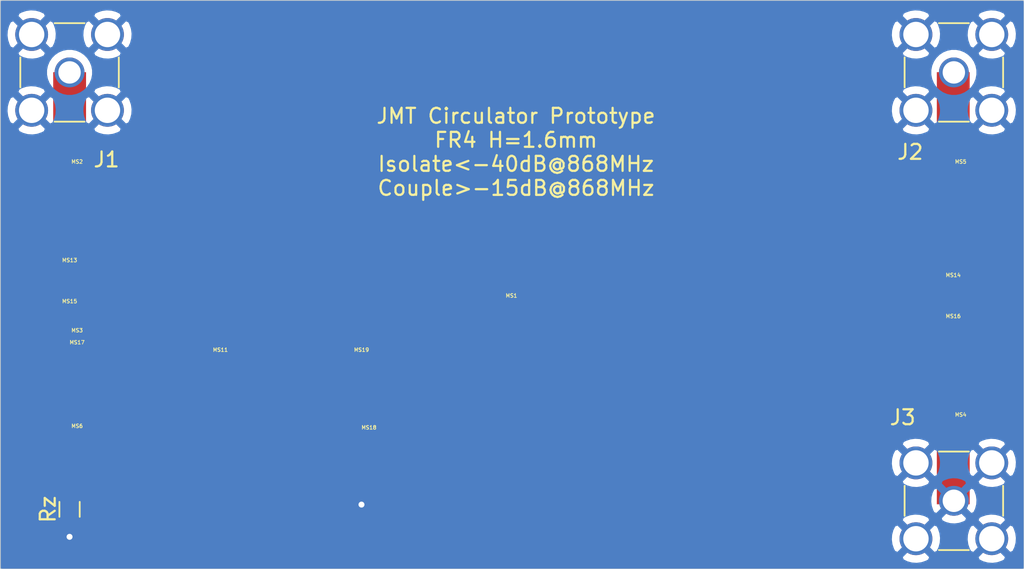
<source format=kicad_pcb>
(kicad_pcb (version 20171130) (host pcbnew "(5.1.5)-3")

  (general
    (thickness 1.6)
    (drawings 5)
    (tracks 3)
    (zones 0)
    (modules 18)
    (nets 3)
  )

  (page A4)
  (layers
    (0 F.Cu signal)
    (31 B.Cu signal)
    (32 B.Adhes user)
    (33 F.Adhes user)
    (34 B.Paste user)
    (35 F.Paste user)
    (36 B.SilkS user)
    (37 F.SilkS user)
    (38 B.Mask user)
    (39 F.Mask user)
    (40 Dwgs.User user)
    (41 Cmts.User user)
    (42 Eco1.User user)
    (43 Eco2.User user)
    (44 Edge.Cuts user)
    (45 Margin user)
    (46 B.CrtYd user)
    (47 F.CrtYd user)
    (48 B.Fab user)
    (49 F.Fab user)
  )

  (setup
    (last_trace_width 0.25)
    (trace_clearance 0.2)
    (zone_clearance 0.508)
    (zone_45_only no)
    (trace_min 0.2)
    (via_size 0.8)
    (via_drill 0.4)
    (via_min_size 0.4)
    (via_min_drill 0.3)
    (uvia_size 0.3)
    (uvia_drill 0.1)
    (uvias_allowed no)
    (uvia_min_size 0.2)
    (uvia_min_drill 0.1)
    (edge_width 0.05)
    (segment_width 0.2)
    (pcb_text_width 0.3)
    (pcb_text_size 1.5 1.5)
    (mod_edge_width 0.12)
    (mod_text_size 1 1)
    (mod_text_width 0.15)
    (pad_size 1.2 0.9)
    (pad_drill 0)
    (pad_to_mask_clearance 0.051)
    (solder_mask_min_width 0.25)
    (aux_axis_origin 0 0)
    (visible_elements 7FFFFFFF)
    (pcbplotparams
      (layerselection 0x010fc_ffffffff)
      (usegerberextensions false)
      (usegerberattributes false)
      (usegerberadvancedattributes false)
      (creategerberjobfile false)
      (excludeedgelayer true)
      (linewidth 0.100000)
      (plotframeref false)
      (viasonmask false)
      (mode 1)
      (useauxorigin false)
      (hpglpennumber 1)
      (hpglpenspeed 20)
      (hpglpendiameter 15.000000)
      (psnegative false)
      (psa4output false)
      (plotreference true)
      (plotvalue true)
      (plotinvisibletext false)
      (padsonsilk false)
      (subtractmaskfromsilk false)
      (outputformat 1)
      (mirror false)
      (drillshape 1)
      (scaleselection 1)
      (outputdirectory ""))
  )

  (net 0 "")
  (net 1 "Net-(J1-Pad1)")
  (net 2 GND)

  (net_class Default "This is the default net class."
    (clearance 0.2)
    (trace_width 0.25)
    (via_dia 0.8)
    (via_drill 0.4)
    (uvia_dia 0.3)
    (uvia_drill 0.1)
    (add_net GND)
    (add_net "Net-(J1-Pad1)")
  )

  (module Resistors_SMD:R_0603_HandSoldering (layer F.Cu) (tedit 60497202) (tstamp 60497473)
    (at 104.2035 102.1715 90)
    (descr "Resistor SMD 0603, hand soldering")
    (tags "resistor 0603")
    (attr smd)
    (fp_text reference Rz (at 0 -1.45 90) (layer F.SilkS)
      (effects (font (size 1 1) (thickness 0.15)))
    )
    (fp_text value Rz (at -0.508 2.032 180) (layer F.Fab)
      (effects (font (size 1 1) (thickness 0.15)))
    )
    (fp_text user %R (at 0 0 90) (layer F.Fab)
      (effects (font (size 0.4 0.4) (thickness 0.075)))
    )
    (fp_line (start -0.8 0.4) (end -0.8 -0.4) (layer F.Fab) (width 0.1))
    (fp_line (start 0.8 0.4) (end -0.8 0.4) (layer F.Fab) (width 0.1))
    (fp_line (start 0.8 -0.4) (end 0.8 0.4) (layer F.Fab) (width 0.1))
    (fp_line (start -0.8 -0.4) (end 0.8 -0.4) (layer F.Fab) (width 0.1))
    (fp_line (start 0.5 0.68) (end -0.5 0.68) (layer F.SilkS) (width 0.12))
    (fp_line (start -0.5 -0.68) (end 0.5 -0.68) (layer F.SilkS) (width 0.12))
    (fp_line (start -1.96 -0.7) (end 1.95 -0.7) (layer F.CrtYd) (width 0.05))
    (fp_line (start -1.96 -0.7) (end -1.96 0.7) (layer F.CrtYd) (width 0.05))
    (fp_line (start 1.95 0.7) (end 1.95 -0.7) (layer F.CrtYd) (width 0.05))
    (fp_line (start 1.95 0.7) (end -1.96 0.7) (layer F.CrtYd) (width 0.05))
    (pad 1 smd rect (at -1.1 0 90) (size 1.2 0.9) (layers F.Cu F.Paste F.Mask)
      (net 2 GND))
    (pad 2 smd rect (at 1.1 0 90) (size 1.2 0.9) (layers F.Cu F.Paste F.Mask))
    (model ${KISYS3DMOD}/Resistors_SMD.3dshapes/R_0603.wrl
      (at (xyz 0 0 0))
      (scale (xyz 1 1 1))
      (rotate (xyz 0 0 0))
    )
  )

  (module MMBEND (layer F.Cu) (tedit 0) (tstamp 60497207)
    (at 163.408 88.732)
    (fp_text reference MS16 (at 0 0.5) (layer F.SilkS)
      (effects (font (size 0.25 0.25) (thickness 0.05)))
    )
    (fp_text value microstrip_mittered_bend (at 0 -0.5) (layer F.Fab)
      (effects (font (size 0.25 0.25) (thickness 0.05)))
    )
    (fp_poly (pts (xy -1.1 1.1) (xy 1.1 1.1) (xy -1.1 -1.1)) (layer F.Cu) (width 0))
  )

  (module MMBEND (layer F.Cu) (tedit 0) (tstamp 6049722B)
    (at 104.208 88.732 180)
    (fp_text reference MS15 (at 0 0.5) (layer F.SilkS)
      (effects (font (size 0.25 0.25) (thickness 0.05)))
    )
    (fp_text value microstrip_mittered_bend (at 0 -0.5) (layer F.Fab)
      (effects (font (size 0.25 0.25) (thickness 0.05)))
    )
    (fp_poly (pts (xy -1.1 -1.1) (xy 1.1 -1.1) (xy -1.1 1.1)) (layer F.Cu) (width 0))
  )

  (module MMBEND (layer F.Cu) (tedit 0) (tstamp 60497267)
    (at 104.208 85.982 180)
    (fp_text reference MS13 (at 0 0.5) (layer F.SilkS)
      (effects (font (size 0.25 0.25) (thickness 0.05)))
    )
    (fp_text value microstrip_mittered_bend (at 0 -0.5) (layer F.Fab)
      (effects (font (size 0.25 0.25) (thickness 0.05)))
    )
    (fp_poly (pts (xy -1.1 1.1) (xy 1.1 1.1) (xy -1.1 -1.1)) (layer F.Cu) (width 0))
  )

  (module MLIN (layer F.Cu) (tedit 0) (tstamp 60497237)
    (at 104.208 96.592 90)
    (fp_text reference MS6 (at 0 0.5) (layer F.SilkS)
      (effects (font (size 0.25 0.25) (thickness 0.05)))
    )
    (fp_text value microstrip_line (at 0 -0.5) (layer F.Fab)
      (effects (font (size 0.25 0.25) (thickness 0.05)))
    )
    (fp_poly (pts (xy -5.15 1.1) (xy 5.15 1.1) (xy 5.15 -1.1) (xy -5.15 -1.1)) (layer F.Cu) (width 0))
  )

  (module MLIN (layer F.Cu) (tedit 0) (tstamp 60497243)
    (at 123.763 96.692 90)
    (fp_text reference MS18 (at 0 0.5) (layer F.SilkS)
      (effects (font (size 0.25 0.25) (thickness 0.05)))
    )
    (fp_text value microstrip_line (at 0 -0.5) (layer F.Fab)
      (effects (font (size 0.25 0.25) (thickness 0.05)))
    )
    (fp_poly (pts (xy -5.25 0.455) (xy 5.25 0.455) (xy 5.25 -0.455) (xy -5.25 -0.455)) (layer F.Cu) (width 0))
  )

  (module MLIN (layer F.Cu) (tedit 0) (tstamp 6049724F)
    (at 104.208 90.182 90)
    (fp_text reference MS3 (at 0 0.5) (layer F.SilkS)
      (effects (font (size 0.25 0.25) (thickness 0.05)))
    )
    (fp_text value microstrip_line (at 0 -0.5) (layer F.Fab)
      (effects (font (size 0.25 0.25) (thickness 0.05)))
    )
    (fp_poly (pts (xy -0.35 1.1) (xy 0.35 1.1) (xy 0.35 -1.1) (xy -0.35 -1.1)) (layer F.Cu) (width 0))
  )

  (module MLIN (layer F.Cu) (tedit 0) (tstamp 6049772F)
    (at 163.408 95.832 90)
    (fp_text reference MS4 (at 0 0.5) (layer F.SilkS)
      (effects (font (size 0.25 0.25) (thickness 0.05)))
    )
    (fp_text value microstrip_line (at 0 -0.5) (layer F.Fab)
      (effects (font (size 0.25 0.25) (thickness 0.05)))
    )
    (fp_poly (pts (xy -6 1.1) (xy 6 1.1) (xy 6 -1.1) (xy -6 -1.1)) (layer F.Cu) (width 0))
  )

  (module MMBEND (layer F.Cu) (tedit 0) (tstamp 604971E0)
    (at 163.408 85.982)
    (fp_text reference MS14 (at 0 0.5) (layer F.SilkS)
      (effects (font (size 0.25 0.25) (thickness 0.05)))
    )
    (fp_text value microstrip_mittered_bend (at 0 -0.5) (layer F.Fab)
      (effects (font (size 0.25 0.25) (thickness 0.05)))
    )
    (fp_poly (pts (xy -1.1 -1.1) (xy 1.1 -1.1) (xy -1.1 1.1)) (layer F.Cu) (width 0))
  )

  (module MLIN (layer F.Cu) (tedit 0) (tstamp 6049725B)
    (at 114.308 90.987)
    (fp_text reference MS11 (at 0 0.5) (layer F.SilkS)
      (effects (font (size 0.25 0.25) (thickness 0.05)))
    )
    (fp_text value microstrip_line (at 0 -0.5) (layer F.Fab)
      (effects (font (size 0.25 0.25) (thickness 0.05)))
    )
    (fp_poly (pts (xy -9 0.455) (xy 9 0.455) (xy 9 -0.455) (xy -9 -0.455)) (layer F.Cu) (width 0))
  )

  (module MLIN (layer F.Cu) (tedit 0) (tstamp 604971EC)
    (at 163.408 78.882 90)
    (fp_text reference MS5 (at 0 0.5) (layer F.SilkS)
      (effects (font (size 0.25 0.25) (thickness 0.05)))
    )
    (fp_text value microstrip_line (at 0 -0.5) (layer F.Fab)
      (effects (font (size 0.25 0.25) (thickness 0.05)))
    )
    (fp_poly (pts (xy -6 1.1) (xy 6 1.1) (xy 6 -1.1) (xy -6 -1.1)) (layer F.Cu) (width 0))
  )

  (module MTEE (layer F.Cu) (tedit 0) (tstamp 60497213)
    (at 104.208 90.987 90)
    (fp_text reference MS17 (at 0 0.5) (layer F.SilkS)
      (effects (font (size 0.25 0.25) (thickness 0.05)))
    )
    (fp_text value microstrip_tee (at 0 -0.5) (layer F.Fab)
      (effects (font (size 0.25 0.25) (thickness 0.05)))
    )
    (fp_poly (pts (xy -0.455 1.1) (xy 0.455 1.1) (xy 0.455 -1.1) (xy 0 -1.1)
      (xy -0.455 -1.1)) (layer F.Cu) (width 0))
  )

  (module MLIN (layer F.Cu) (tedit 0) (tstamp 6049721F)
    (at 104.208 78.882 90)
    (fp_text reference MS2 (at 0 0.5) (layer F.SilkS)
      (effects (font (size 0.25 0.25) (thickness 0.05)))
    )
    (fp_text value microstrip_line (at 0 -0.5) (layer F.Fab)
      (effects (font (size 0.25 0.25) (thickness 0.05)))
    )
    (fp_poly (pts (xy -6 1.1) (xy 6 1.1) (xy 6 -1.1) (xy -6 -1.1)) (layer F.Cu) (width 0))
  )

  (module MCOUPLED (layer F.Cu) (tedit 0) (tstamp 604971F9)
    (at 133.808 87.357)
    (fp_text reference MS1 (at 0 0.5) (layer F.SilkS)
      (effects (font (size 0.25 0.25) (thickness 0.05)))
    )
    (fp_text value microstrip_coupled_lines (at 0 -0.5) (layer F.Fab)
      (effects (font (size 0.25 0.25) (thickness 0.05)))
    )
    (fp_poly (pts (xy -28.5 -0.275) (xy 28.5 -0.275) (xy 28.5 -2.475) (xy -28.5 -2.475)) (layer F.Cu) (width 0))
    (fp_poly (pts (xy -28.5 2.475) (xy 28.5 2.475) (xy 28.5 0.275) (xy -28.5 0.275)) (layer F.Cu) (width 0))
  )

  (module MMBEND (layer F.Cu) (tedit 0) (tstamp 604971D4)
    (at 123.763 90.987)
    (fp_text reference MS19 (at 0 0.5) (layer F.SilkS)
      (effects (font (size 0.25 0.25) (thickness 0.05)))
    )
    (fp_text value microstrip_mittered_bend (at 0 -0.5) (layer F.Fab)
      (effects (font (size 0.25 0.25) (thickness 0.05)))
    )
    (fp_poly (pts (xy -0.455 0.455) (xy 0.455 0.455) (xy -0.455 -0.455)) (layer F.Cu) (width 0))
  )

  (module Connectors:SMA_THT_Jack_Straight (layer F.Cu) (tedit 58C301F2) (tstamp 6047FA47)
    (at 104.2035 72.898)
    (descr "SMA pcb through hole jack")
    (tags "SMA THT Jack Straight")
    (path /6048CA37)
    (fp_text reference J1 (at 2.4765 5.842) (layer F.SilkS)
      (effects (font (size 1 1) (thickness 0.15)))
    )
    (fp_text value Conn_Coaxial (at 5.5245 0.762 270) (layer F.Fab)
      (effects (font (size 1 1) (thickness 0.15)))
    )
    (fp_line (start 2.03 3.05) (end 3.05 3.05) (layer F.Fab) (width 0.1))
    (fp_line (start 3.05 2.03) (end 3.05 3.05) (layer F.Fab) (width 0.1))
    (fp_line (start -3.05 3.05) (end -3.05 2.03) (layer F.Fab) (width 0.1))
    (fp_line (start -3.05 3.05) (end -2.03 3.05) (layer F.Fab) (width 0.1))
    (fp_line (start -3.05 -3.05) (end -2.03 -3.05) (layer F.Fab) (width 0.1))
    (fp_line (start -3.05 -3.05) (end -3.05 -2.03) (layer F.Fab) (width 0.1))
    (fp_line (start 3.05 -3.05) (end 3.05 -2.03) (layer F.Fab) (width 0.1))
    (fp_circle (center 0 0) (end 0.635 0) (layer F.Fab) (width 0.1))
    (fp_circle (center 0 0) (end 2.04 0) (layer F.Fab) (width 0.1))
    (fp_line (start 4.14 4.14) (end -4.14 4.14) (layer F.CrtYd) (width 0.05))
    (fp_line (start 4.14 4.14) (end 4.14 -4.14) (layer F.CrtYd) (width 0.05))
    (fp_line (start -4.14 -4.14) (end -4.14 4.14) (layer F.CrtYd) (width 0.05))
    (fp_line (start -4.14 -4.14) (end 4.14 -4.14) (layer F.CrtYd) (width 0.05))
    (fp_line (start 2.03 2.03) (end 2.03 3.05) (layer F.Fab) (width 0.1))
    (fp_line (start 3.05 2.03) (end 2.03 2.03) (layer F.Fab) (width 0.1))
    (fp_line (start 2.03 -2.03) (end 3.05 -2.03) (layer F.Fab) (width 0.1))
    (fp_line (start 2.03 -3.05) (end 2.03 -2.03) (layer F.Fab) (width 0.1))
    (fp_line (start -3.05 2.03) (end -2.03 2.03) (layer F.Fab) (width 0.1))
    (fp_line (start -2.03 2.03) (end -2.03 3.05) (layer F.Fab) (width 0.1))
    (fp_line (start -3.05 -2.03) (end -2.03 -2.03) (layer F.Fab) (width 0.1))
    (fp_line (start -2.03 -3.05) (end -2.03 -2.03) (layer F.Fab) (width 0.1))
    (fp_line (start -3.17 -3.17) (end 3.17 -3.17) (layer F.Fab) (width 0.1))
    (fp_line (start -3.17 -3.17) (end -3.17 3.17) (layer F.Fab) (width 0.1))
    (fp_line (start -3.17 3.17) (end 3.17 3.17) (layer F.Fab) (width 0.1))
    (fp_line (start 3.17 -3.17) (end 3.17 3.17) (layer F.Fab) (width 0.1))
    (fp_line (start -3.3 -1) (end -3.3 1) (layer F.SilkS) (width 0.12))
    (fp_line (start 3.3 -1) (end 3.3 1) (layer F.SilkS) (width 0.12))
    (fp_text user %R (at 2.4765 5.842) (layer F.Fab)
      (effects (font (size 1 1) (thickness 0.15)))
    )
    (fp_line (start -1 3.3) (end 1 3.3) (layer F.SilkS) (width 0.12))
    (fp_line (start -1 -3.3) (end 1 -3.3) (layer F.SilkS) (width 0.12))
    (fp_line (start 2.03 -3.05) (end 3.05 -3.05) (layer F.Fab) (width 0.1))
    (pad 1 thru_hole circle (at 0 0) (size 2 2) (drill 1.5) (layers *.Cu *.Mask)
      (net 1 "Net-(J1-Pad1)"))
    (pad 2 thru_hole circle (at 2.54 2.54) (size 2.2 2.2) (drill 1.7) (layers *.Cu *.Mask)
      (net 2 GND))
    (pad 2 thru_hole circle (at 2.54 -2.54) (size 2.2 2.2) (drill 1.7) (layers *.Cu *.Mask)
      (net 2 GND))
    (pad 2 thru_hole circle (at -2.54 -2.54) (size 2.2 2.2) (drill 1.7) (layers *.Cu *.Mask)
      (net 2 GND))
    (pad 2 thru_hole circle (at -2.54 2.54) (size 2.2 2.2) (drill 1.7) (layers *.Cu *.Mask)
      (net 2 GND))
  )

  (module Connectors:SMA_THT_Jack_Straight (layer F.Cu) (tedit 58C301F2) (tstamp 6047FA6F)
    (at 163.449 72.898)
    (descr "SMA pcb through hole jack")
    (tags "SMA THT Jack Straight")
    (path /60481144)
    (fp_text reference J2 (at -2.921 5.334) (layer F.SilkS)
      (effects (font (size 1 1) (thickness 0.15)))
    )
    (fp_text value Conn_Coaxial (at -5.461 0.762 90) (layer F.Fab)
      (effects (font (size 1 1) (thickness 0.15)))
    )
    (fp_line (start 2.03 -3.05) (end 3.05 -3.05) (layer F.Fab) (width 0.1))
    (fp_line (start -1 -3.3) (end 1 -3.3) (layer F.SilkS) (width 0.12))
    (fp_line (start -1 3.3) (end 1 3.3) (layer F.SilkS) (width 0.12))
    (fp_text user %R (at -2.921 5.334) (layer F.Fab)
      (effects (font (size 1 1) (thickness 0.15)))
    )
    (fp_line (start 3.3 -1) (end 3.3 1) (layer F.SilkS) (width 0.12))
    (fp_line (start -3.3 -1) (end -3.3 1) (layer F.SilkS) (width 0.12))
    (fp_line (start 3.17 -3.17) (end 3.17 3.17) (layer F.Fab) (width 0.1))
    (fp_line (start -3.17 3.17) (end 3.17 3.17) (layer F.Fab) (width 0.1))
    (fp_line (start -3.17 -3.17) (end -3.17 3.17) (layer F.Fab) (width 0.1))
    (fp_line (start -3.17 -3.17) (end 3.17 -3.17) (layer F.Fab) (width 0.1))
    (fp_line (start -2.03 -3.05) (end -2.03 -2.03) (layer F.Fab) (width 0.1))
    (fp_line (start -3.05 -2.03) (end -2.03 -2.03) (layer F.Fab) (width 0.1))
    (fp_line (start -2.03 2.03) (end -2.03 3.05) (layer F.Fab) (width 0.1))
    (fp_line (start -3.05 2.03) (end -2.03 2.03) (layer F.Fab) (width 0.1))
    (fp_line (start 2.03 -3.05) (end 2.03 -2.03) (layer F.Fab) (width 0.1))
    (fp_line (start 2.03 -2.03) (end 3.05 -2.03) (layer F.Fab) (width 0.1))
    (fp_line (start 3.05 2.03) (end 2.03 2.03) (layer F.Fab) (width 0.1))
    (fp_line (start 2.03 2.03) (end 2.03 3.05) (layer F.Fab) (width 0.1))
    (fp_line (start -4.14 -4.14) (end 4.14 -4.14) (layer F.CrtYd) (width 0.05))
    (fp_line (start -4.14 -4.14) (end -4.14 4.14) (layer F.CrtYd) (width 0.05))
    (fp_line (start 4.14 4.14) (end 4.14 -4.14) (layer F.CrtYd) (width 0.05))
    (fp_line (start 4.14 4.14) (end -4.14 4.14) (layer F.CrtYd) (width 0.05))
    (fp_circle (center 0 0) (end 2.04 0) (layer F.Fab) (width 0.1))
    (fp_circle (center 0 0) (end 0.635 0) (layer F.Fab) (width 0.1))
    (fp_line (start 3.05 -3.05) (end 3.05 -2.03) (layer F.Fab) (width 0.1))
    (fp_line (start -3.05 -3.05) (end -3.05 -2.03) (layer F.Fab) (width 0.1))
    (fp_line (start -3.05 -3.05) (end -2.03 -3.05) (layer F.Fab) (width 0.1))
    (fp_line (start -3.05 3.05) (end -2.03 3.05) (layer F.Fab) (width 0.1))
    (fp_line (start -3.05 3.05) (end -3.05 2.03) (layer F.Fab) (width 0.1))
    (fp_line (start 3.05 2.03) (end 3.05 3.05) (layer F.Fab) (width 0.1))
    (fp_line (start 2.03 3.05) (end 3.05 3.05) (layer F.Fab) (width 0.1))
    (pad 2 thru_hole circle (at -2.54 2.54) (size 2.2 2.2) (drill 1.7) (layers *.Cu *.Mask)
      (net 2 GND))
    (pad 2 thru_hole circle (at -2.54 -2.54) (size 2.2 2.2) (drill 1.7) (layers *.Cu *.Mask)
      (net 2 GND))
    (pad 2 thru_hole circle (at 2.54 -2.54) (size 2.2 2.2) (drill 1.7) (layers *.Cu *.Mask)
      (net 2 GND))
    (pad 2 thru_hole circle (at 2.54 2.54) (size 2.2 2.2) (drill 1.7) (layers *.Cu *.Mask)
      (net 2 GND))
    (pad 1 thru_hole circle (at 0 0) (size 2 2) (drill 1.5) (layers *.Cu *.Mask)
      (net 1 "Net-(J1-Pad1)"))
  )

  (module Connectors:SMA_THT_Jack_Straight (layer F.Cu) (tedit 58C301F2) (tstamp 6047FA97)
    (at 163.449 101.6)
    (descr "SMA pcb through hole jack")
    (tags "SMA THT Jack Straight")
    (path /60480BBE)
    (fp_text reference J3 (at -3.429 -5.588) (layer F.SilkS)
      (effects (font (size 1 1) (thickness 0.15)))
    )
    (fp_text value Conn_Coaxial (at -5.461 -1.016 90) (layer F.Fab)
      (effects (font (size 1 1) (thickness 0.15)))
    )
    (fp_line (start 2.03 3.05) (end 3.05 3.05) (layer F.Fab) (width 0.1))
    (fp_line (start 3.05 2.03) (end 3.05 3.05) (layer F.Fab) (width 0.1))
    (fp_line (start -3.05 3.05) (end -3.05 2.03) (layer F.Fab) (width 0.1))
    (fp_line (start -3.05 3.05) (end -2.03 3.05) (layer F.Fab) (width 0.1))
    (fp_line (start -3.05 -3.05) (end -2.03 -3.05) (layer F.Fab) (width 0.1))
    (fp_line (start -3.05 -3.05) (end -3.05 -2.03) (layer F.Fab) (width 0.1))
    (fp_line (start 3.05 -3.05) (end 3.05 -2.03) (layer F.Fab) (width 0.1))
    (fp_circle (center 0 0) (end 0.635 0) (layer F.Fab) (width 0.1))
    (fp_circle (center 0 0) (end 2.04 0) (layer F.Fab) (width 0.1))
    (fp_line (start 4.14 4.14) (end -4.14 4.14) (layer F.CrtYd) (width 0.05))
    (fp_line (start 4.14 4.14) (end 4.14 -4.14) (layer F.CrtYd) (width 0.05))
    (fp_line (start -4.14 -4.14) (end -4.14 4.14) (layer F.CrtYd) (width 0.05))
    (fp_line (start -4.14 -4.14) (end 4.14 -4.14) (layer F.CrtYd) (width 0.05))
    (fp_line (start 2.03 2.03) (end 2.03 3.05) (layer F.Fab) (width 0.1))
    (fp_line (start 3.05 2.03) (end 2.03 2.03) (layer F.Fab) (width 0.1))
    (fp_line (start 2.03 -2.03) (end 3.05 -2.03) (layer F.Fab) (width 0.1))
    (fp_line (start 2.03 -3.05) (end 2.03 -2.03) (layer F.Fab) (width 0.1))
    (fp_line (start -3.05 2.03) (end -2.03 2.03) (layer F.Fab) (width 0.1))
    (fp_line (start -2.03 2.03) (end -2.03 3.05) (layer F.Fab) (width 0.1))
    (fp_line (start -3.05 -2.03) (end -2.03 -2.03) (layer F.Fab) (width 0.1))
    (fp_line (start -2.03 -3.05) (end -2.03 -2.03) (layer F.Fab) (width 0.1))
    (fp_line (start -3.17 -3.17) (end 3.17 -3.17) (layer F.Fab) (width 0.1))
    (fp_line (start -3.17 -3.17) (end -3.17 3.17) (layer F.Fab) (width 0.1))
    (fp_line (start -3.17 3.17) (end 3.17 3.17) (layer F.Fab) (width 0.1))
    (fp_line (start 3.17 -3.17) (end 3.17 3.17) (layer F.Fab) (width 0.1))
    (fp_line (start -3.3 -1) (end -3.3 1) (layer F.SilkS) (width 0.12))
    (fp_line (start 3.3 -1) (end 3.3 1) (layer F.SilkS) (width 0.12))
    (fp_text user %R (at -3.429 -5.588) (layer F.Fab)
      (effects (font (size 1 1) (thickness 0.15)))
    )
    (fp_line (start -1 3.3) (end 1 3.3) (layer F.SilkS) (width 0.12))
    (fp_line (start -1 -3.3) (end 1 -3.3) (layer F.SilkS) (width 0.12))
    (fp_line (start 2.03 -3.05) (end 3.05 -3.05) (layer F.Fab) (width 0.1))
    (pad 1 thru_hole circle (at 0 0) (size 2 2) (drill 1.5) (layers *.Cu *.Mask)
      (net 2 GND))
    (pad 2 thru_hole circle (at 2.54 2.54) (size 2.2 2.2) (drill 1.7) (layers *.Cu *.Mask)
      (net 2 GND))
    (pad 2 thru_hole circle (at 2.54 -2.54) (size 2.2 2.2) (drill 1.7) (layers *.Cu *.Mask)
      (net 2 GND))
    (pad 2 thru_hole circle (at -2.54 -2.54) (size 2.2 2.2) (drill 1.7) (layers *.Cu *.Mask)
      (net 2 GND))
    (pad 2 thru_hole circle (at -2.54 2.54) (size 2.2 2.2) (drill 1.7) (layers *.Cu *.Mask)
      (net 2 GND))
  )

  (gr_text "JMT Circulator Prototype\nFR4 H=1.6mm\nIsolate<-40dB@868MHz\nCouple>-15dB@868MHz" (at 134.112 78.232) (layer F.SilkS)
    (effects (font (size 1 1) (thickness 0.15)))
  )
  (gr_line (start 99.568 106.172) (end 99.568 68.072) (layer Edge.Cuts) (width 0.05) (tstamp 604977F7))
  (gr_line (start 168.148 106.172) (end 99.568 106.172) (layer Edge.Cuts) (width 0.05))
  (gr_line (start 168.148 68.072) (end 168.148 106.172) (layer Edge.Cuts) (width 0.05))
  (gr_line (start 99.568 68.072) (end 168.148 68.072) (layer Edge.Cuts) (width 0.05))

  (via (at 123.7615 101.854) (size 0.8) (drill 0.4) (layers F.Cu B.Cu) (net 2))
  (via (at 104.2035 104.013) (size 0.8) (drill 0.4) (layers F.Cu B.Cu) (net 2))
  (segment (start 104.2035 103.2715) (end 104.2035 104.013) (width 0.25) (layer F.Cu) (net 2))

  (zone (net 2) (net_name GND) (layer B.Cu) (tstamp 0) (hatch edge 0.508)
    (connect_pads (clearance 0.508))
    (min_thickness 0.254)
    (fill yes (arc_segments 32) (thermal_gap 0.508) (thermal_bridge_width 0.508))
    (polygon
      (pts
        (xy 168.148 106.172) (xy 99.568 106.172) (xy 99.568 68.072) (xy 168.148 68.072)
      )
    )
    (filled_polygon
      (pts
        (xy 168.021 106.045) (xy 99.695 106.045) (xy 99.695 105.346712) (xy 159.881893 105.346712) (xy 159.989726 105.621338)
        (xy 160.296384 105.772216) (xy 160.626585 105.860369) (xy 160.967639 105.882409) (xy 161.306439 105.837489) (xy 161.629966 105.727336)
        (xy 161.828274 105.621338) (xy 161.936107 105.346712) (xy 164.961893 105.346712) (xy 165.069726 105.621338) (xy 165.376384 105.772216)
        (xy 165.706585 105.860369) (xy 166.047639 105.882409) (xy 166.386439 105.837489) (xy 166.709966 105.727336) (xy 166.908274 105.621338)
        (xy 167.016107 105.346712) (xy 165.989 104.319605) (xy 164.961893 105.346712) (xy 161.936107 105.346712) (xy 160.909 104.319605)
        (xy 159.881893 105.346712) (xy 99.695 105.346712) (xy 99.695 104.198639) (xy 159.166591 104.198639) (xy 159.211511 104.537439)
        (xy 159.321664 104.860966) (xy 159.427662 105.059274) (xy 159.702288 105.167107) (xy 160.729395 104.14) (xy 161.088605 104.14)
        (xy 162.115712 105.167107) (xy 162.390338 105.059274) (xy 162.541216 104.752616) (xy 162.629369 104.422415) (xy 162.64383 104.198639)
        (xy 164.246591 104.198639) (xy 164.291511 104.537439) (xy 164.401664 104.860966) (xy 164.507662 105.059274) (xy 164.782288 105.167107)
        (xy 165.809395 104.14) (xy 166.168605 104.14) (xy 167.195712 105.167107) (xy 167.470338 105.059274) (xy 167.621216 104.752616)
        (xy 167.709369 104.422415) (xy 167.731409 104.081361) (xy 167.686489 103.742561) (xy 167.576336 103.419034) (xy 167.470338 103.220726)
        (xy 167.195712 103.112893) (xy 166.168605 104.14) (xy 165.809395 104.14) (xy 164.782288 103.112893) (xy 164.507662 103.220726)
        (xy 164.356784 103.527384) (xy 164.268631 103.857585) (xy 164.246591 104.198639) (xy 162.64383 104.198639) (xy 162.651409 104.081361)
        (xy 162.606489 103.742561) (xy 162.496336 103.419034) (xy 162.390338 103.220726) (xy 162.115712 103.112893) (xy 161.088605 104.14)
        (xy 160.729395 104.14) (xy 159.702288 103.112893) (xy 159.427662 103.220726) (xy 159.276784 103.527384) (xy 159.188631 103.857585)
        (xy 159.166591 104.198639) (xy 99.695 104.198639) (xy 99.695 102.933288) (xy 159.881893 102.933288) (xy 160.909 103.960395)
        (xy 161.936107 102.933288) (xy 161.858411 102.735413) (xy 162.493192 102.735413) (xy 162.588956 102.999814) (xy 162.878571 103.140704)
        (xy 163.190108 103.222384) (xy 163.511595 103.241718) (xy 163.830675 103.197961) (xy 164.135088 103.092795) (xy 164.309044 102.999814)
        (xy 164.333139 102.933288) (xy 164.961893 102.933288) (xy 165.989 103.960395) (xy 167.016107 102.933288) (xy 166.908274 102.658662)
        (xy 166.601616 102.507784) (xy 166.271415 102.419631) (xy 165.930361 102.397591) (xy 165.591561 102.442511) (xy 165.268034 102.552664)
        (xy 165.069726 102.658662) (xy 164.961893 102.933288) (xy 164.333139 102.933288) (xy 164.404808 102.735413) (xy 163.449 101.779605)
        (xy 162.493192 102.735413) (xy 161.858411 102.735413) (xy 161.828274 102.658662) (xy 161.521616 102.507784) (xy 161.191415 102.419631)
        (xy 160.850361 102.397591) (xy 160.511561 102.442511) (xy 160.188034 102.552664) (xy 159.989726 102.658662) (xy 159.881893 102.933288)
        (xy 99.695 102.933288) (xy 99.695 101.662595) (xy 161.807282 101.662595) (xy 161.851039 101.981675) (xy 161.956205 102.286088)
        (xy 162.049186 102.460044) (xy 162.313587 102.555808) (xy 163.269395 101.6) (xy 163.628605 101.6) (xy 164.584413 102.555808)
        (xy 164.848814 102.460044) (xy 164.989704 102.170429) (xy 165.071384 101.858892) (xy 165.090718 101.537405) (xy 165.046961 101.218325)
        (xy 164.941795 100.913912) (xy 164.848814 100.739956) (xy 164.584413 100.644192) (xy 163.628605 101.6) (xy 163.269395 101.6)
        (xy 162.313587 100.644192) (xy 162.049186 100.739956) (xy 161.908296 101.029571) (xy 161.826616 101.341108) (xy 161.807282 101.662595)
        (xy 99.695 101.662595) (xy 99.695 100.266712) (xy 159.881893 100.266712) (xy 159.989726 100.541338) (xy 160.296384 100.692216)
        (xy 160.626585 100.780369) (xy 160.967639 100.802409) (xy 161.306439 100.757489) (xy 161.629966 100.647336) (xy 161.828274 100.541338)
        (xy 161.85841 100.464587) (xy 162.493192 100.464587) (xy 163.449 101.420395) (xy 164.404808 100.464587) (xy 164.33314 100.266712)
        (xy 164.961893 100.266712) (xy 165.069726 100.541338) (xy 165.376384 100.692216) (xy 165.706585 100.780369) (xy 166.047639 100.802409)
        (xy 166.386439 100.757489) (xy 166.709966 100.647336) (xy 166.908274 100.541338) (xy 167.016107 100.266712) (xy 165.989 99.239605)
        (xy 164.961893 100.266712) (xy 164.33314 100.266712) (xy 164.309044 100.200186) (xy 164.019429 100.059296) (xy 163.707892 99.977616)
        (xy 163.386405 99.958282) (xy 163.067325 100.002039) (xy 162.762912 100.107205) (xy 162.588956 100.200186) (xy 162.493192 100.464587)
        (xy 161.85841 100.464587) (xy 161.936107 100.266712) (xy 160.909 99.239605) (xy 159.881893 100.266712) (xy 99.695 100.266712)
        (xy 99.695 99.118639) (xy 159.166591 99.118639) (xy 159.211511 99.457439) (xy 159.321664 99.780966) (xy 159.427662 99.979274)
        (xy 159.702288 100.087107) (xy 160.729395 99.06) (xy 161.088605 99.06) (xy 162.115712 100.087107) (xy 162.390338 99.979274)
        (xy 162.541216 99.672616) (xy 162.629369 99.342415) (xy 162.64383 99.118639) (xy 164.246591 99.118639) (xy 164.291511 99.457439)
        (xy 164.401664 99.780966) (xy 164.507662 99.979274) (xy 164.782288 100.087107) (xy 165.809395 99.06) (xy 166.168605 99.06)
        (xy 167.195712 100.087107) (xy 167.470338 99.979274) (xy 167.621216 99.672616) (xy 167.709369 99.342415) (xy 167.731409 99.001361)
        (xy 167.686489 98.662561) (xy 167.576336 98.339034) (xy 167.470338 98.140726) (xy 167.195712 98.032893) (xy 166.168605 99.06)
        (xy 165.809395 99.06) (xy 164.782288 98.032893) (xy 164.507662 98.140726) (xy 164.356784 98.447384) (xy 164.268631 98.777585)
        (xy 164.246591 99.118639) (xy 162.64383 99.118639) (xy 162.651409 99.001361) (xy 162.606489 98.662561) (xy 162.496336 98.339034)
        (xy 162.390338 98.140726) (xy 162.115712 98.032893) (xy 161.088605 99.06) (xy 160.729395 99.06) (xy 159.702288 98.032893)
        (xy 159.427662 98.140726) (xy 159.276784 98.447384) (xy 159.188631 98.777585) (xy 159.166591 99.118639) (xy 99.695 99.118639)
        (xy 99.695 97.853288) (xy 159.881893 97.853288) (xy 160.909 98.880395) (xy 161.936107 97.853288) (xy 164.961893 97.853288)
        (xy 165.989 98.880395) (xy 167.016107 97.853288) (xy 166.908274 97.578662) (xy 166.601616 97.427784) (xy 166.271415 97.339631)
        (xy 165.930361 97.317591) (xy 165.591561 97.362511) (xy 165.268034 97.472664) (xy 165.069726 97.578662) (xy 164.961893 97.853288)
        (xy 161.936107 97.853288) (xy 161.828274 97.578662) (xy 161.521616 97.427784) (xy 161.191415 97.339631) (xy 160.850361 97.317591)
        (xy 160.511561 97.362511) (xy 160.188034 97.472664) (xy 159.989726 97.578662) (xy 159.881893 97.853288) (xy 99.695 97.853288)
        (xy 99.695 76.644712) (xy 100.636393 76.644712) (xy 100.744226 76.919338) (xy 101.050884 77.070216) (xy 101.381085 77.158369)
        (xy 101.722139 77.180409) (xy 102.060939 77.135489) (xy 102.384466 77.025336) (xy 102.582774 76.919338) (xy 102.690607 76.644712)
        (xy 105.716393 76.644712) (xy 105.824226 76.919338) (xy 106.130884 77.070216) (xy 106.461085 77.158369) (xy 106.802139 77.180409)
        (xy 107.140939 77.135489) (xy 107.464466 77.025336) (xy 107.662774 76.919338) (xy 107.770607 76.644712) (xy 159.881893 76.644712)
        (xy 159.989726 76.919338) (xy 160.296384 77.070216) (xy 160.626585 77.158369) (xy 160.967639 77.180409) (xy 161.306439 77.135489)
        (xy 161.629966 77.025336) (xy 161.828274 76.919338) (xy 161.936107 76.644712) (xy 164.961893 76.644712) (xy 165.069726 76.919338)
        (xy 165.376384 77.070216) (xy 165.706585 77.158369) (xy 166.047639 77.180409) (xy 166.386439 77.135489) (xy 166.709966 77.025336)
        (xy 166.908274 76.919338) (xy 167.016107 76.644712) (xy 165.989 75.617605) (xy 164.961893 76.644712) (xy 161.936107 76.644712)
        (xy 160.909 75.617605) (xy 159.881893 76.644712) (xy 107.770607 76.644712) (xy 106.7435 75.617605) (xy 105.716393 76.644712)
        (xy 102.690607 76.644712) (xy 101.6635 75.617605) (xy 100.636393 76.644712) (xy 99.695 76.644712) (xy 99.695 75.496639)
        (xy 99.921091 75.496639) (xy 99.966011 75.835439) (xy 100.076164 76.158966) (xy 100.182162 76.357274) (xy 100.456788 76.465107)
        (xy 101.483895 75.438) (xy 101.843105 75.438) (xy 102.870212 76.465107) (xy 103.144838 76.357274) (xy 103.295716 76.050616)
        (xy 103.383869 75.720415) (xy 103.39833 75.496639) (xy 105.001091 75.496639) (xy 105.046011 75.835439) (xy 105.156164 76.158966)
        (xy 105.262162 76.357274) (xy 105.536788 76.465107) (xy 106.563895 75.438) (xy 106.923105 75.438) (xy 107.950212 76.465107)
        (xy 108.224838 76.357274) (xy 108.375716 76.050616) (xy 108.463869 75.720415) (xy 108.47833 75.496639) (xy 159.166591 75.496639)
        (xy 159.211511 75.835439) (xy 159.321664 76.158966) (xy 159.427662 76.357274) (xy 159.702288 76.465107) (xy 160.729395 75.438)
        (xy 161.088605 75.438) (xy 162.115712 76.465107) (xy 162.390338 76.357274) (xy 162.541216 76.050616) (xy 162.629369 75.720415)
        (xy 162.64383 75.496639) (xy 164.246591 75.496639) (xy 164.291511 75.835439) (xy 164.401664 76.158966) (xy 164.507662 76.357274)
        (xy 164.782288 76.465107) (xy 165.809395 75.438) (xy 166.168605 75.438) (xy 167.195712 76.465107) (xy 167.470338 76.357274)
        (xy 167.621216 76.050616) (xy 167.709369 75.720415) (xy 167.731409 75.379361) (xy 167.686489 75.040561) (xy 167.576336 74.717034)
        (xy 167.470338 74.518726) (xy 167.195712 74.410893) (xy 166.168605 75.438) (xy 165.809395 75.438) (xy 164.782288 74.410893)
        (xy 164.507662 74.518726) (xy 164.356784 74.825384) (xy 164.268631 75.155585) (xy 164.246591 75.496639) (xy 162.64383 75.496639)
        (xy 162.651409 75.379361) (xy 162.606489 75.040561) (xy 162.496336 74.717034) (xy 162.390338 74.518726) (xy 162.115712 74.410893)
        (xy 161.088605 75.438) (xy 160.729395 75.438) (xy 159.702288 74.410893) (xy 159.427662 74.518726) (xy 159.276784 74.825384)
        (xy 159.188631 75.155585) (xy 159.166591 75.496639) (xy 108.47833 75.496639) (xy 108.485909 75.379361) (xy 108.440989 75.040561)
        (xy 108.330836 74.717034) (xy 108.224838 74.518726) (xy 107.950212 74.410893) (xy 106.923105 75.438) (xy 106.563895 75.438)
        (xy 105.536788 74.410893) (xy 105.262162 74.518726) (xy 105.111284 74.825384) (xy 105.023131 75.155585) (xy 105.001091 75.496639)
        (xy 103.39833 75.496639) (xy 103.405909 75.379361) (xy 103.360989 75.040561) (xy 103.250836 74.717034) (xy 103.144838 74.518726)
        (xy 102.870212 74.410893) (xy 101.843105 75.438) (xy 101.483895 75.438) (xy 100.456788 74.410893) (xy 100.182162 74.518726)
        (xy 100.031284 74.825384) (xy 99.943131 75.155585) (xy 99.921091 75.496639) (xy 99.695 75.496639) (xy 99.695 74.231288)
        (xy 100.636393 74.231288) (xy 101.6635 75.258395) (xy 102.690607 74.231288) (xy 102.582774 73.956662) (xy 102.276116 73.805784)
        (xy 101.945915 73.717631) (xy 101.604861 73.695591) (xy 101.266061 73.740511) (xy 100.942534 73.850664) (xy 100.744226 73.956662)
        (xy 100.636393 74.231288) (xy 99.695 74.231288) (xy 99.695 72.736967) (xy 102.5685 72.736967) (xy 102.5685 73.059033)
        (xy 102.631332 73.374912) (xy 102.754582 73.672463) (xy 102.933513 73.940252) (xy 103.161248 74.167987) (xy 103.429037 74.346918)
        (xy 103.726588 74.470168) (xy 104.042467 74.533) (xy 104.364533 74.533) (xy 104.680412 74.470168) (xy 104.977963 74.346918)
        (xy 105.151015 74.231288) (xy 105.716393 74.231288) (xy 106.7435 75.258395) (xy 107.770607 74.231288) (xy 159.881893 74.231288)
        (xy 160.909 75.258395) (xy 161.936107 74.231288) (xy 161.828274 73.956662) (xy 161.521616 73.805784) (xy 161.191415 73.717631)
        (xy 160.850361 73.695591) (xy 160.511561 73.740511) (xy 160.188034 73.850664) (xy 159.989726 73.956662) (xy 159.881893 74.231288)
        (xy 107.770607 74.231288) (xy 107.662774 73.956662) (xy 107.356116 73.805784) (xy 107.025915 73.717631) (xy 106.684861 73.695591)
        (xy 106.346061 73.740511) (xy 106.022534 73.850664) (xy 105.824226 73.956662) (xy 105.716393 74.231288) (xy 105.151015 74.231288)
        (xy 105.245752 74.167987) (xy 105.473487 73.940252) (xy 105.652418 73.672463) (xy 105.775668 73.374912) (xy 105.8385 73.059033)
        (xy 105.8385 72.736967) (xy 161.814 72.736967) (xy 161.814 73.059033) (xy 161.876832 73.374912) (xy 162.000082 73.672463)
        (xy 162.179013 73.940252) (xy 162.406748 74.167987) (xy 162.674537 74.346918) (xy 162.972088 74.470168) (xy 163.287967 74.533)
        (xy 163.610033 74.533) (xy 163.925912 74.470168) (xy 164.223463 74.346918) (xy 164.396515 74.231288) (xy 164.961893 74.231288)
        (xy 165.989 75.258395) (xy 167.016107 74.231288) (xy 166.908274 73.956662) (xy 166.601616 73.805784) (xy 166.271415 73.717631)
        (xy 165.930361 73.695591) (xy 165.591561 73.740511) (xy 165.268034 73.850664) (xy 165.069726 73.956662) (xy 164.961893 74.231288)
        (xy 164.396515 74.231288) (xy 164.491252 74.167987) (xy 164.718987 73.940252) (xy 164.897918 73.672463) (xy 165.021168 73.374912)
        (xy 165.084 73.059033) (xy 165.084 72.736967) (xy 165.021168 72.421088) (xy 164.897918 72.123537) (xy 164.718987 71.855748)
        (xy 164.491252 71.628013) (xy 164.396516 71.564712) (xy 164.961893 71.564712) (xy 165.069726 71.839338) (xy 165.376384 71.990216)
        (xy 165.706585 72.078369) (xy 166.047639 72.100409) (xy 166.386439 72.055489) (xy 166.709966 71.945336) (xy 166.908274 71.839338)
        (xy 167.016107 71.564712) (xy 165.989 70.537605) (xy 164.961893 71.564712) (xy 164.396516 71.564712) (xy 164.223463 71.449082)
        (xy 163.925912 71.325832) (xy 163.610033 71.263) (xy 163.287967 71.263) (xy 162.972088 71.325832) (xy 162.674537 71.449082)
        (xy 162.406748 71.628013) (xy 162.179013 71.855748) (xy 162.000082 72.123537) (xy 161.876832 72.421088) (xy 161.814 72.736967)
        (xy 105.8385 72.736967) (xy 105.775668 72.421088) (xy 105.652418 72.123537) (xy 105.473487 71.855748) (xy 105.245752 71.628013)
        (xy 105.151016 71.564712) (xy 105.716393 71.564712) (xy 105.824226 71.839338) (xy 106.130884 71.990216) (xy 106.461085 72.078369)
        (xy 106.802139 72.100409) (xy 107.140939 72.055489) (xy 107.464466 71.945336) (xy 107.662774 71.839338) (xy 107.770607 71.564712)
        (xy 159.881893 71.564712) (xy 159.989726 71.839338) (xy 160.296384 71.990216) (xy 160.626585 72.078369) (xy 160.967639 72.100409)
        (xy 161.306439 72.055489) (xy 161.629966 71.945336) (xy 161.828274 71.839338) (xy 161.936107 71.564712) (xy 160.909 70.537605)
        (xy 159.881893 71.564712) (xy 107.770607 71.564712) (xy 106.7435 70.537605) (xy 105.716393 71.564712) (xy 105.151016 71.564712)
        (xy 104.977963 71.449082) (xy 104.680412 71.325832) (xy 104.364533 71.263) (xy 104.042467 71.263) (xy 103.726588 71.325832)
        (xy 103.429037 71.449082) (xy 103.161248 71.628013) (xy 102.933513 71.855748) (xy 102.754582 72.123537) (xy 102.631332 72.421088)
        (xy 102.5685 72.736967) (xy 99.695 72.736967) (xy 99.695 71.564712) (xy 100.636393 71.564712) (xy 100.744226 71.839338)
        (xy 101.050884 71.990216) (xy 101.381085 72.078369) (xy 101.722139 72.100409) (xy 102.060939 72.055489) (xy 102.384466 71.945336)
        (xy 102.582774 71.839338) (xy 102.690607 71.564712) (xy 101.6635 70.537605) (xy 100.636393 71.564712) (xy 99.695 71.564712)
        (xy 99.695 70.416639) (xy 99.921091 70.416639) (xy 99.966011 70.755439) (xy 100.076164 71.078966) (xy 100.182162 71.277274)
        (xy 100.456788 71.385107) (xy 101.483895 70.358) (xy 101.843105 70.358) (xy 102.870212 71.385107) (xy 103.144838 71.277274)
        (xy 103.295716 70.970616) (xy 103.383869 70.640415) (xy 103.39833 70.416639) (xy 105.001091 70.416639) (xy 105.046011 70.755439)
        (xy 105.156164 71.078966) (xy 105.262162 71.277274) (xy 105.536788 71.385107) (xy 106.563895 70.358) (xy 106.923105 70.358)
        (xy 107.950212 71.385107) (xy 108.224838 71.277274) (xy 108.375716 70.970616) (xy 108.463869 70.640415) (xy 108.47833 70.416639)
        (xy 159.166591 70.416639) (xy 159.211511 70.755439) (xy 159.321664 71.078966) (xy 159.427662 71.277274) (xy 159.702288 71.385107)
        (xy 160.729395 70.358) (xy 161.088605 70.358) (xy 162.115712 71.385107) (xy 162.390338 71.277274) (xy 162.541216 70.970616)
        (xy 162.629369 70.640415) (xy 162.64383 70.416639) (xy 164.246591 70.416639) (xy 164.291511 70.755439) (xy 164.401664 71.078966)
        (xy 164.507662 71.277274) (xy 164.782288 71.385107) (xy 165.809395 70.358) (xy 166.168605 70.358) (xy 167.195712 71.385107)
        (xy 167.470338 71.277274) (xy 167.621216 70.970616) (xy 167.709369 70.640415) (xy 167.731409 70.299361) (xy 167.686489 69.960561)
        (xy 167.576336 69.637034) (xy 167.470338 69.438726) (xy 167.195712 69.330893) (xy 166.168605 70.358) (xy 165.809395 70.358)
        (xy 164.782288 69.330893) (xy 164.507662 69.438726) (xy 164.356784 69.745384) (xy 164.268631 70.075585) (xy 164.246591 70.416639)
        (xy 162.64383 70.416639) (xy 162.651409 70.299361) (xy 162.606489 69.960561) (xy 162.496336 69.637034) (xy 162.390338 69.438726)
        (xy 162.115712 69.330893) (xy 161.088605 70.358) (xy 160.729395 70.358) (xy 159.702288 69.330893) (xy 159.427662 69.438726)
        (xy 159.276784 69.745384) (xy 159.188631 70.075585) (xy 159.166591 70.416639) (xy 108.47833 70.416639) (xy 108.485909 70.299361)
        (xy 108.440989 69.960561) (xy 108.330836 69.637034) (xy 108.224838 69.438726) (xy 107.950212 69.330893) (xy 106.923105 70.358)
        (xy 106.563895 70.358) (xy 105.536788 69.330893) (xy 105.262162 69.438726) (xy 105.111284 69.745384) (xy 105.023131 70.075585)
        (xy 105.001091 70.416639) (xy 103.39833 70.416639) (xy 103.405909 70.299361) (xy 103.360989 69.960561) (xy 103.250836 69.637034)
        (xy 103.144838 69.438726) (xy 102.870212 69.330893) (xy 101.843105 70.358) (xy 101.483895 70.358) (xy 100.456788 69.330893)
        (xy 100.182162 69.438726) (xy 100.031284 69.745384) (xy 99.943131 70.075585) (xy 99.921091 70.416639) (xy 99.695 70.416639)
        (xy 99.695 69.151288) (xy 100.636393 69.151288) (xy 101.6635 70.178395) (xy 102.690607 69.151288) (xy 105.716393 69.151288)
        (xy 106.7435 70.178395) (xy 107.770607 69.151288) (xy 159.881893 69.151288) (xy 160.909 70.178395) (xy 161.936107 69.151288)
        (xy 164.961893 69.151288) (xy 165.989 70.178395) (xy 167.016107 69.151288) (xy 166.908274 68.876662) (xy 166.601616 68.725784)
        (xy 166.271415 68.637631) (xy 165.930361 68.615591) (xy 165.591561 68.660511) (xy 165.268034 68.770664) (xy 165.069726 68.876662)
        (xy 164.961893 69.151288) (xy 161.936107 69.151288) (xy 161.828274 68.876662) (xy 161.521616 68.725784) (xy 161.191415 68.637631)
        (xy 160.850361 68.615591) (xy 160.511561 68.660511) (xy 160.188034 68.770664) (xy 159.989726 68.876662) (xy 159.881893 69.151288)
        (xy 107.770607 69.151288) (xy 107.662774 68.876662) (xy 107.356116 68.725784) (xy 107.025915 68.637631) (xy 106.684861 68.615591)
        (xy 106.346061 68.660511) (xy 106.022534 68.770664) (xy 105.824226 68.876662) (xy 105.716393 69.151288) (xy 102.690607 69.151288)
        (xy 102.582774 68.876662) (xy 102.276116 68.725784) (xy 101.945915 68.637631) (xy 101.604861 68.615591) (xy 101.266061 68.660511)
        (xy 100.942534 68.770664) (xy 100.744226 68.876662) (xy 100.636393 69.151288) (xy 99.695 69.151288) (xy 99.695 68.199)
        (xy 168.021 68.199)
      )
    )
  )
)

</source>
